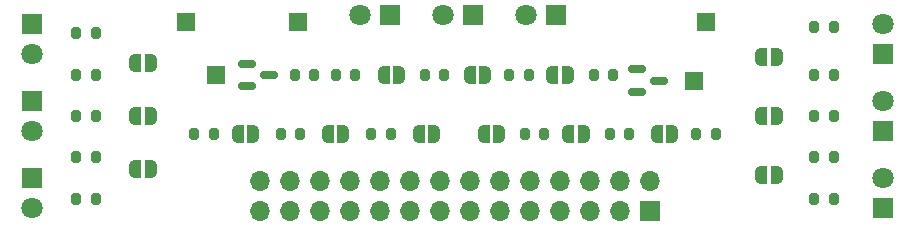
<source format=gbr>
%TF.GenerationSoftware,KiCad,Pcbnew,8.0.0*%
%TF.CreationDate,2024-03-24T17:38:24+02:00*%
%TF.ProjectId,Sensing1_0,53656e73-696e-4673-915f-302e6b696361,rev?*%
%TF.SameCoordinates,Original*%
%TF.FileFunction,Soldermask,Top*%
%TF.FilePolarity,Negative*%
%FSLAX46Y46*%
G04 Gerber Fmt 4.6, Leading zero omitted, Abs format (unit mm)*
G04 Created by KiCad (PCBNEW 8.0.0) date 2024-03-24 17:38:24*
%MOMM*%
%LPD*%
G01*
G04 APERTURE LIST*
G04 Aperture macros list*
%AMRoundRect*
0 Rectangle with rounded corners*
0 $1 Rounding radius*
0 $2 $3 $4 $5 $6 $7 $8 $9 X,Y pos of 4 corners*
0 Add a 4 corners polygon primitive as box body*
4,1,4,$2,$3,$4,$5,$6,$7,$8,$9,$2,$3,0*
0 Add four circle primitives for the rounded corners*
1,1,$1+$1,$2,$3*
1,1,$1+$1,$4,$5*
1,1,$1+$1,$6,$7*
1,1,$1+$1,$8,$9*
0 Add four rect primitives between the rounded corners*
20,1,$1+$1,$2,$3,$4,$5,0*
20,1,$1+$1,$4,$5,$6,$7,0*
20,1,$1+$1,$6,$7,$8,$9,0*
20,1,$1+$1,$8,$9,$2,$3,0*%
%AMFreePoly0*
4,1,19,0.500000,-0.750000,0.000000,-0.750000,0.000000,-0.744911,-0.071157,-0.744911,-0.207708,-0.704816,-0.327430,-0.627875,-0.420627,-0.520320,-0.479746,-0.390866,-0.500000,-0.250000,-0.500000,0.250000,-0.479746,0.390866,-0.420627,0.520320,-0.327430,0.627875,-0.207708,0.704816,-0.071157,0.744911,0.000000,0.744911,0.000000,0.750000,0.500000,0.750000,0.500000,-0.750000,0.500000,-0.750000,
$1*%
%AMFreePoly1*
4,1,19,0.000000,0.744911,0.071157,0.744911,0.207708,0.704816,0.327430,0.627875,0.420627,0.520320,0.479746,0.390866,0.500000,0.250000,0.500000,-0.250000,0.479746,-0.390866,0.420627,-0.520320,0.327430,-0.627875,0.207708,-0.704816,0.071157,-0.744911,0.000000,-0.744911,0.000000,-0.750000,-0.500000,-0.750000,-0.500000,0.750000,0.000000,0.750000,0.000000,0.744911,0.000000,0.744911,
$1*%
G04 Aperture macros list end*
%ADD10R,1.800000X1.800000*%
%ADD11C,1.800000*%
%ADD12O,1.700000X1.700000*%
%ADD13R,1.700000X1.700000*%
%ADD14RoundRect,0.200000X-0.200000X-0.275000X0.200000X-0.275000X0.200000X0.275000X-0.200000X0.275000X0*%
%ADD15R,1.500000X1.500000*%
%ADD16RoundRect,0.150000X-0.587500X-0.150000X0.587500X-0.150000X0.587500X0.150000X-0.587500X0.150000X0*%
%ADD17FreePoly0,0.000000*%
%ADD18FreePoly1,0.000000*%
G04 APERTURE END LIST*
D10*
%TO.C,D7*%
X155525000Y-59275000D03*
D11*
X155525000Y-56735000D03*
%TD*%
D10*
%TO.C,D6*%
X127775000Y-42975000D03*
D11*
X125235000Y-42975000D03*
%TD*%
D10*
%TO.C,D4*%
X83475000Y-43725000D03*
D11*
X83475000Y-46265000D03*
%TD*%
D10*
%TO.C,D3*%
X155525000Y-46275000D03*
D11*
X155525000Y-43735000D03*
%TD*%
D10*
%TO.C,D2*%
X113775000Y-42975000D03*
D11*
X111235000Y-42975000D03*
%TD*%
D10*
%TO.C,D1*%
X83475000Y-56725000D03*
D11*
X83475000Y-59265000D03*
%TD*%
D12*
%TO.C,J1*%
X102780000Y-56960000D03*
X102780000Y-59500000D03*
X105320000Y-56960000D03*
X105320000Y-59500000D03*
X107860000Y-56960000D03*
X107860000Y-59500000D03*
X110400000Y-56960000D03*
X110400000Y-59500000D03*
X112940000Y-56960000D03*
X112940000Y-59500000D03*
X115480000Y-56960000D03*
X115480000Y-59500000D03*
X118020000Y-56960000D03*
X118020000Y-59500000D03*
X120560000Y-56960000D03*
X120560000Y-59500000D03*
X123100000Y-56960000D03*
X123100000Y-59500000D03*
X125640000Y-56960000D03*
X125640000Y-59500000D03*
X128180000Y-56960000D03*
X128180000Y-59500000D03*
X130720000Y-56960000D03*
X130720000Y-59500000D03*
X133260000Y-56960000D03*
X133260000Y-59500000D03*
X135800000Y-56960000D03*
D13*
X135800000Y-59500000D03*
%TD*%
D14*
%TO.C,R9*%
X97175000Y-53000000D03*
X98825000Y-53000000D03*
%TD*%
D15*
%TO.C,TP5*%
X140500000Y-43500000D03*
%TD*%
%TO.C,TP4*%
X106000000Y-43500000D03*
%TD*%
%TO.C,TP3*%
X139500000Y-48500000D03*
%TD*%
%TO.C,TP2*%
X99000000Y-48000000D03*
%TD*%
%TO.C,TP1*%
X96500000Y-43500000D03*
%TD*%
D14*
%TO.C,R21*%
X149675000Y-55000000D03*
X151325000Y-55000000D03*
%TD*%
%TO.C,R20*%
X149675000Y-51500000D03*
X151325000Y-51500000D03*
%TD*%
%TO.C,R19*%
X87175000Y-55000000D03*
X88825000Y-55000000D03*
%TD*%
%TO.C,R18*%
X149675000Y-48000000D03*
X151325000Y-48000000D03*
%TD*%
%TO.C,R17*%
X123850000Y-48000000D03*
X125500000Y-48000000D03*
%TD*%
%TO.C,R16*%
X116675000Y-48000000D03*
X118325000Y-48000000D03*
%TD*%
%TO.C,R15*%
X109175000Y-48000000D03*
X110825000Y-48000000D03*
%TD*%
%TO.C,R14*%
X149675000Y-58500000D03*
X151325000Y-58500000D03*
%TD*%
%TO.C,R13*%
X131000000Y-48000000D03*
X132650000Y-48000000D03*
%TD*%
%TO.C,R12*%
X87175000Y-44500000D03*
X88825000Y-44500000D03*
%TD*%
%TO.C,R11*%
X139675000Y-53000000D03*
X141325000Y-53000000D03*
%TD*%
%TO.C,R10*%
X132350000Y-53000000D03*
X134000000Y-53000000D03*
%TD*%
%TO.C,R8*%
X87175000Y-51500000D03*
X88825000Y-51500000D03*
%TD*%
%TO.C,R7*%
X87175000Y-48000000D03*
X88825000Y-48000000D03*
%TD*%
%TO.C,R6*%
X104500000Y-53000000D03*
X106150000Y-53000000D03*
%TD*%
%TO.C,R5*%
X125175000Y-53000000D03*
X126825000Y-53000000D03*
%TD*%
%TO.C,R4*%
X87175000Y-58500000D03*
X88825000Y-58500000D03*
%TD*%
%TO.C,R3*%
X112175000Y-53000000D03*
X113825000Y-53000000D03*
%TD*%
%TO.C,R2*%
X149675000Y-44000000D03*
X151325000Y-44000000D03*
%TD*%
%TO.C,R1*%
X105675000Y-48000000D03*
X107325000Y-48000000D03*
%TD*%
D16*
%TO.C,Q2*%
X134625000Y-47550000D03*
X134625000Y-49450000D03*
X136500000Y-48500000D03*
%TD*%
%TO.C,Q1*%
X101625000Y-47050000D03*
X101625000Y-48950000D03*
X103500000Y-48000000D03*
%TD*%
D17*
%TO.C,JP15*%
X145200000Y-56500000D03*
D18*
X146500000Y-56500000D03*
%TD*%
D17*
%TO.C,JP14*%
X145200000Y-51500000D03*
D18*
X146500000Y-51500000D03*
%TD*%
D17*
%TO.C,JP13*%
X145200000Y-46500000D03*
D18*
X146500000Y-46500000D03*
%TD*%
D17*
%TO.C,JP12*%
X127500000Y-48000000D03*
D18*
X128800000Y-48000000D03*
%TD*%
D17*
%TO.C,JP11*%
X120500000Y-48000000D03*
D18*
X121800000Y-48000000D03*
%TD*%
D17*
%TO.C,JP10*%
X113200000Y-48000000D03*
D18*
X114500000Y-48000000D03*
%TD*%
D17*
%TO.C,JP9*%
X92200000Y-56000000D03*
D18*
X93500000Y-56000000D03*
%TD*%
D17*
%TO.C,JP8*%
X92200000Y-51500000D03*
D18*
X93500000Y-51500000D03*
%TD*%
D17*
%TO.C,JP7*%
X92200000Y-47000000D03*
D18*
X93500000Y-47000000D03*
%TD*%
D17*
%TO.C,JP6*%
X136350000Y-53000000D03*
D18*
X137650000Y-53000000D03*
%TD*%
D17*
%TO.C,JP5*%
X128850000Y-53000000D03*
D18*
X130150000Y-53000000D03*
%TD*%
D17*
%TO.C,JP4*%
X121700000Y-53000000D03*
D18*
X123000000Y-53000000D03*
%TD*%
D17*
%TO.C,JP3*%
X100850000Y-53000000D03*
D18*
X102150000Y-53000000D03*
%TD*%
D17*
%TO.C,JP2*%
X108500000Y-53000000D03*
D18*
X109800000Y-53000000D03*
%TD*%
D17*
%TO.C,JP1*%
X116200000Y-53000000D03*
D18*
X117500000Y-53000000D03*
%TD*%
D10*
%TO.C,D9*%
X155525000Y-52775000D03*
D11*
X155525000Y-50235000D03*
%TD*%
D10*
%TO.C,D8*%
X120775000Y-42975000D03*
D11*
X118235000Y-42975000D03*
%TD*%
D10*
%TO.C,D5*%
X83475000Y-50225000D03*
D11*
X83475000Y-52765000D03*
%TD*%
M02*

</source>
